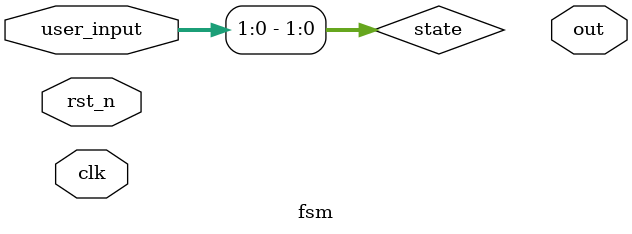
<source format=v>

module fsm(out, user_input, clk, rst_n);

input [2:0] user_input;
input clk, rst_n;
output reg [2:0] out;

reg [1:0] state;

//an FSM where the state is equal to the user input
//-copilot next line-
//copilot mean_prob: 0.20652293923459777

//for simplicity, the transition function works by simply setting the state to the user input
always@* begin
state <= user_input;
end
endmodule
</source>
